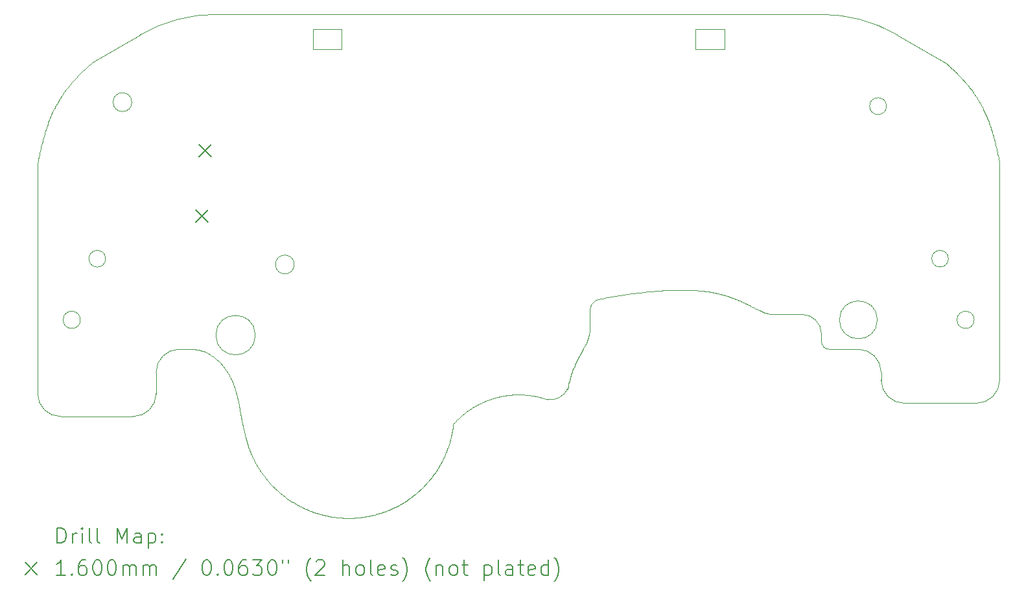
<source format=gbr>
%TF.GenerationSoftware,KiCad,Pcbnew,8.0.2*%
%TF.CreationDate,2024-10-28T19:38:49-07:00*%
%TF.ProjectId,UGC_OpenMain,5547435f-4f70-4656-9e4d-61696e2e6b69,rev?*%
%TF.SameCoordinates,Original*%
%TF.FileFunction,Drillmap*%
%TF.FilePolarity,Positive*%
%FSLAX45Y45*%
G04 Gerber Fmt 4.5, Leading zero omitted, Abs format (unit mm)*
G04 Created by KiCad (PCBNEW 8.0.2) date 2024-10-28 19:38:49*
%MOMM*%
%LPD*%
G01*
G04 APERTURE LIST*
%ADD10C,0.100000*%
%ADD11C,0.200000*%
%ADD12C,0.160000*%
G04 APERTURE END LIST*
D10*
X22845042Y-13194165D02*
X22836143Y-13200574D01*
X22827754Y-13207601D01*
X22819906Y-13215214D01*
X22812631Y-13223383D01*
X22805959Y-13232075D01*
X22803874Y-13235083D01*
X28132187Y-14231648D02*
G75*
G02*
X27832187Y-14531647I-299997J-2D01*
G01*
X26884115Y-14531648D02*
G75*
G02*
X26584112Y-14231648I-5J299998D01*
G01*
X22486871Y-14347809D02*
G75*
G02*
X22225140Y-14484922I-225071J111269D01*
G01*
X25794167Y-9449719D02*
X22906652Y-9449719D01*
X27769833Y-10447238D02*
X27777993Y-10458349D01*
X27785956Y-10469376D01*
X27793727Y-10480317D01*
X27801308Y-10491172D01*
X27808704Y-10501941D01*
X27815917Y-10512623D01*
X27822952Y-10523218D01*
X27829810Y-10533726D01*
X27836496Y-10544146D01*
X27843014Y-10554478D01*
X27849365Y-10564721D01*
X27855555Y-10574875D01*
X27861586Y-10584940D01*
X27867461Y-10594916D01*
X27873184Y-10604801D01*
X27878759Y-10614595D01*
X27884188Y-10624299D01*
X27889475Y-10633911D01*
X27894624Y-10643432D01*
X27899637Y-10652861D01*
X27904519Y-10662197D01*
X27909272Y-10671440D01*
X27913900Y-10680590D01*
X27918406Y-10689647D01*
X27927068Y-10707478D01*
X27935283Y-10724930D01*
X27943078Y-10741999D01*
X27950482Y-10758684D01*
X22803874Y-13235083D02*
X22797990Y-13244540D01*
X22792831Y-13254393D01*
X22788416Y-13264601D01*
X22784765Y-13275123D01*
X18117974Y-14270062D02*
X18111444Y-14255918D01*
X18105412Y-14242943D01*
X18099842Y-14231059D01*
X18094701Y-14220190D01*
X18089953Y-14210258D01*
X18085563Y-14201187D01*
X18079575Y-14189026D01*
X18074196Y-14178369D01*
X18069310Y-14168955D01*
X18063357Y-14157889D01*
X18057791Y-14147957D01*
X18053702Y-14140882D01*
X17757521Y-13862785D02*
X17745468Y-13858450D01*
X17734335Y-13854522D01*
X17723992Y-13850975D01*
X17714310Y-13847781D01*
X17700744Y-13843593D01*
X17687939Y-13840047D01*
X17675461Y-13837051D01*
X17662873Y-13834512D01*
X17649740Y-13832338D01*
X17635626Y-13830439D01*
X17625457Y-13829279D01*
X17614530Y-13828172D01*
X17602715Y-13827092D01*
X18269939Y-14927362D02*
X18272053Y-14937535D01*
X18274275Y-14947829D01*
X18276609Y-14958244D01*
X18279059Y-14968782D01*
X15864545Y-14706648D02*
X16812616Y-14706648D01*
X22690430Y-13821595D02*
X22695724Y-13812956D01*
X22701072Y-13804352D01*
X22701790Y-13803207D01*
X21874684Y-14420600D02*
X21864110Y-14420403D01*
X21853540Y-14420305D01*
X21848662Y-14420294D01*
X27411957Y-10073169D02*
X26791686Y-9716238D01*
X22906652Y-9449719D02*
X17902564Y-9449719D01*
X18359247Y-15207265D02*
X18363829Y-15217528D01*
X18368493Y-15227752D01*
X18373240Y-15237937D01*
X18378069Y-15248082D01*
X18382980Y-15258188D01*
X18387973Y-15268253D01*
X18393047Y-15278278D01*
X18398203Y-15288262D01*
X18403440Y-15298204D01*
X18408758Y-15308104D01*
X18412348Y-15314681D01*
X19158366Y-9903440D02*
X19158366Y-9643440D01*
X25164110Y-13370061D02*
X25546418Y-13370061D01*
X21435098Y-14496662D02*
X21422898Y-14501471D01*
X21410760Y-14506420D01*
X21398686Y-14511507D01*
X21386677Y-14516731D01*
X21374733Y-14522091D01*
X21362857Y-14527588D01*
X21351049Y-14533220D01*
X21339310Y-14538987D01*
X21327642Y-14544887D01*
X21316045Y-14550921D01*
X21304521Y-14557088D01*
X21293071Y-14563386D01*
X21281696Y-14569815D01*
X21270397Y-14576375D01*
X21259175Y-14583065D01*
X21248031Y-14589884D01*
X21236967Y-14596831D01*
X21225983Y-14603906D01*
X21215081Y-14611108D01*
X21204262Y-14618436D01*
X21193526Y-14625890D01*
X21182876Y-14633469D01*
X21172312Y-14641172D01*
X21161835Y-14648998D01*
X21151447Y-14656948D01*
X21141148Y-14665020D01*
X21130940Y-14673213D01*
X21120823Y-14681527D01*
X21110800Y-14689961D01*
X21100870Y-14698515D01*
X21091036Y-14707188D01*
X21081298Y-14715978D01*
X18219411Y-14694504D02*
X18216639Y-14678878D01*
X18214092Y-14664527D01*
X18211756Y-14651365D01*
X18209614Y-14639309D01*
X18207653Y-14628274D01*
X18205856Y-14618173D01*
X18203436Y-14604591D01*
X18201301Y-14592636D01*
X18199399Y-14582021D01*
X18197136Y-14569460D01*
X18195074Y-14558095D01*
X18193586Y-14549947D01*
X25794167Y-9449719D02*
G75*
G02*
X26791687Y-9716237I3J-2000001D01*
G01*
X21848662Y-14420294D02*
X21835412Y-14420312D01*
X21822169Y-14420485D01*
X21808936Y-14420813D01*
X21795713Y-14421296D01*
X21782503Y-14421933D01*
X21769305Y-14422725D01*
X21756121Y-14423670D01*
X21742954Y-14424769D01*
X21729803Y-14426022D01*
X21716671Y-14427427D01*
X21703559Y-14428986D01*
X21690468Y-14430697D01*
X21677399Y-14432561D01*
X21664353Y-14434578D01*
X21651333Y-14436746D01*
X21638339Y-14439067D01*
X21625373Y-14441539D01*
X21612436Y-14444162D01*
X21599529Y-14446937D01*
X21586654Y-14449862D01*
X21573811Y-14452939D01*
X21561003Y-14456166D01*
X21548231Y-14459543D01*
X21535495Y-14463070D01*
X21522798Y-14466747D01*
X21510140Y-14470573D01*
X21497523Y-14474549D01*
X21484949Y-14478674D01*
X21472417Y-14482948D01*
X21459931Y-14487371D01*
X21447491Y-14491942D01*
X21435098Y-14496662D01*
X23739972Y-13059629D02*
X23763020Y-13058337D01*
X23786100Y-13057155D01*
X23809207Y-13056088D01*
X23832332Y-13055142D01*
X23855469Y-13054322D01*
X23878611Y-13053633D01*
X23901750Y-13053082D01*
X23924879Y-13052672D01*
X23947992Y-13052411D01*
X23971081Y-13052302D01*
X23994138Y-13052352D01*
X24017158Y-13052566D01*
X24040132Y-13052950D01*
X24063054Y-13053508D01*
X24085916Y-13054247D01*
X24108712Y-13055171D01*
X24131433Y-13056286D01*
X24154074Y-13057598D01*
X24176627Y-13059112D01*
X24199085Y-13060833D01*
X24221440Y-13062766D01*
X24243686Y-13064918D01*
X24265816Y-13067294D01*
X24287821Y-13069898D01*
X24309696Y-13072737D01*
X24331434Y-13075816D01*
X24353026Y-13079140D01*
X24374465Y-13082714D01*
X24395746Y-13086545D01*
X24416860Y-13090637D01*
X24437801Y-13094997D01*
X24458561Y-13099628D01*
X19509600Y-16028754D02*
X19526216Y-16030050D01*
X19542837Y-16031144D01*
X19559462Y-16032037D01*
X19576088Y-16032728D01*
X19592714Y-16033218D01*
X19609337Y-16033508D01*
X19625957Y-16033596D01*
X19642571Y-16033485D01*
X19659177Y-16033173D01*
X19675774Y-16032660D01*
X19692360Y-16031948D01*
X19708933Y-16031037D01*
X19725491Y-16029926D01*
X19742032Y-16028615D01*
X19758556Y-16027106D01*
X19775059Y-16025397D01*
X19791541Y-16023490D01*
X19807998Y-16021384D01*
X19824430Y-16019080D01*
X19840835Y-16016578D01*
X19857211Y-16013878D01*
X19873556Y-16010981D01*
X19889868Y-16007886D01*
X19906146Y-16004593D01*
X19922388Y-16001104D01*
X19938591Y-15997417D01*
X19954755Y-15993534D01*
X19970877Y-15989455D01*
X19986955Y-15985179D01*
X20002989Y-15980707D01*
X20018975Y-15976039D01*
X20034912Y-15971175D01*
X21081298Y-14715978D02*
X21073796Y-14722892D01*
X21066360Y-14729870D01*
X21058990Y-14736912D01*
X21051686Y-14744018D01*
X21044450Y-14751187D01*
X21037281Y-14758418D01*
X21030180Y-14765711D01*
X21023146Y-14773066D01*
X22778204Y-13537548D02*
X22778031Y-13550691D01*
X22777513Y-13563815D01*
X22776651Y-13576913D01*
X22775447Y-13589979D01*
X22773900Y-13603006D01*
X22772012Y-13615987D01*
X22769784Y-13628916D01*
X22767217Y-13641785D01*
X22764312Y-13654589D01*
X22761069Y-13667320D01*
X22758721Y-13675763D01*
X17112616Y-14406648D02*
X17112616Y-14127092D01*
X22898663Y-13171939D02*
X22923786Y-13166937D01*
X22949000Y-13162009D01*
X22974303Y-13157157D01*
X22999694Y-13152382D01*
X23025170Y-13147688D01*
X23050731Y-13143076D01*
X23076375Y-13138549D01*
X23102100Y-13134109D01*
X23127905Y-13129758D01*
X23153788Y-13125499D01*
X23179748Y-13121334D01*
X23205784Y-13117265D01*
X23231893Y-13113295D01*
X23258074Y-13109426D01*
X23284327Y-13105659D01*
X23310648Y-13101999D01*
X23337038Y-13098445D01*
X23363493Y-13095002D01*
X23390013Y-13091671D01*
X23416597Y-13088455D01*
X23443242Y-13085355D01*
X23469947Y-13082375D01*
X23496711Y-13079516D01*
X23523532Y-13076781D01*
X23550408Y-13074172D01*
X23577339Y-13071691D01*
X23604322Y-13069341D01*
X23631356Y-13067123D01*
X23658440Y-13065041D01*
X23685571Y-13063096D01*
X23712749Y-13061291D01*
X23739972Y-13059629D01*
X16905045Y-9716238D02*
G75*
G02*
X17902564Y-9449720I997515J-1733472D01*
G01*
X25903918Y-13827092D02*
G75*
G02*
X25803918Y-13727092I2J100002D01*
G01*
X18407813Y-13642561D02*
G75*
G02*
X17892813Y-13642561I-257500J0D01*
G01*
X17892813Y-13642561D02*
G75*
G02*
X18407813Y-13642561I257500J0D01*
G01*
X17412616Y-13827092D02*
X17602715Y-13827092D01*
X18053702Y-14140882D02*
X18044899Y-14128103D01*
X18036782Y-14116391D01*
X18029303Y-14105676D01*
X18022415Y-14095889D01*
X18016071Y-14086960D01*
X18010224Y-14078819D01*
X18002282Y-14067932D01*
X17995194Y-14058427D01*
X17988799Y-14050068D01*
X17981078Y-14040300D01*
X17973930Y-14031593D01*
X17968719Y-14025425D01*
X22225140Y-14484921D02*
X22214573Y-14481244D01*
X22203973Y-14477673D01*
X22193341Y-14474208D01*
X22182678Y-14470849D01*
X22171985Y-14467597D01*
X22161262Y-14464451D01*
X22150510Y-14461412D01*
X22139730Y-14458479D01*
X22128923Y-14455654D01*
X22118089Y-14452935D01*
X22107230Y-14450324D01*
X22096346Y-14447821D01*
X22085438Y-14445425D01*
X22074507Y-14443138D01*
X22063553Y-14440958D01*
X22052578Y-14438886D01*
X22041582Y-14436923D01*
X22030566Y-14435069D01*
X22019530Y-14433323D01*
X22008477Y-14431686D01*
X21997405Y-14430158D01*
X21986317Y-14428739D01*
X21975213Y-14427430D01*
X21964093Y-14426230D01*
X21952959Y-14425141D01*
X21941812Y-14424161D01*
X21930651Y-14423291D01*
X21919479Y-14422531D01*
X21908295Y-14421882D01*
X21897101Y-14421344D01*
X21885897Y-14420916D01*
X21874684Y-14420600D01*
X22486871Y-14347809D02*
X22490396Y-14330438D01*
X22494109Y-14313106D01*
X22498009Y-14295815D01*
X22502095Y-14278567D01*
X22506368Y-14261365D01*
X22510826Y-14244209D01*
X22515470Y-14227104D01*
X22520298Y-14210050D01*
X22525310Y-14193049D01*
X22530506Y-14176104D01*
X22535886Y-14159217D01*
X22541449Y-14142389D01*
X22547194Y-14125624D01*
X22553121Y-14108922D01*
X22559230Y-14092287D01*
X22565520Y-14075719D01*
X22571990Y-14059222D01*
X22578641Y-14042797D01*
X22585472Y-14026446D01*
X22592482Y-14010172D01*
X22599671Y-13993976D01*
X22607039Y-13977861D01*
X22614584Y-13961828D01*
X22622307Y-13945880D01*
X22630207Y-13930019D01*
X22638284Y-13914247D01*
X22646537Y-13898565D01*
X22654966Y-13882977D01*
X22663570Y-13867483D01*
X22672349Y-13852087D01*
X22681303Y-13836790D01*
X22690430Y-13821595D01*
X17112616Y-14127092D02*
G75*
G02*
X17412616Y-13827096I299994J2D01*
G01*
X15564545Y-11397080D02*
X15564545Y-14406648D01*
X24897780Y-13271849D02*
X24908160Y-13277132D01*
X24918405Y-13282320D01*
X24928516Y-13287407D01*
X24938493Y-13292390D01*
X24948335Y-13297263D01*
X24958044Y-13302022D01*
X24967619Y-13306661D01*
X24977061Y-13311177D01*
X24986369Y-13315564D01*
X24995545Y-13319817D01*
X25013497Y-13327905D01*
X25030919Y-13335403D01*
X25047813Y-13342273D01*
X25064179Y-13348476D01*
X25080020Y-13353975D01*
X25095336Y-13358732D01*
X25110130Y-13362710D01*
X25124403Y-13365869D01*
X25138156Y-13368173D01*
X25151391Y-13369583D01*
X25164110Y-13370061D01*
X15564545Y-11397080D02*
X15570092Y-11369428D01*
X15575662Y-11342160D01*
X15581263Y-11315269D01*
X15586902Y-11288748D01*
X15592586Y-11262589D01*
X15598323Y-11236786D01*
X15604120Y-11211331D01*
X15609984Y-11186216D01*
X15615922Y-11161435D01*
X15621942Y-11136980D01*
X15628051Y-11112845D01*
X15634256Y-11089021D01*
X15640565Y-11065502D01*
X15646985Y-11042280D01*
X15653523Y-11019349D01*
X15660186Y-10996700D01*
X15666982Y-10974327D01*
X15673918Y-10952222D01*
X15681002Y-10930379D01*
X15688240Y-10908790D01*
X15695640Y-10887447D01*
X15703209Y-10866344D01*
X15710955Y-10845473D01*
X15718884Y-10824827D01*
X15727004Y-10804399D01*
X15735323Y-10784181D01*
X15743848Y-10764167D01*
X15752585Y-10744348D01*
X15761542Y-10724719D01*
X15770727Y-10705271D01*
X15780147Y-10685998D01*
X15789809Y-10666892D01*
X20990026Y-14842116D02*
X20991388Y-14832153D01*
X20992751Y-14822189D01*
X20994113Y-14812225D01*
X20995476Y-14802262D01*
X22898663Y-13171939D02*
X22887997Y-13174490D01*
X22877568Y-13177806D01*
X22867417Y-13181870D01*
X22857586Y-13186664D01*
X22848113Y-13192173D01*
X22845042Y-13194165D01*
X16451966Y-12643440D02*
G75*
G02*
X16234765Y-12643440I-108600J0D01*
G01*
X16234765Y-12643440D02*
G75*
G02*
X16451966Y-12643440I108600J0D01*
G01*
X17867504Y-13930354D02*
X17855728Y-13922476D01*
X17844902Y-13915288D01*
X17834963Y-13908746D01*
X17825847Y-13902808D01*
X17813577Y-13894937D01*
X17802803Y-13888180D01*
X17793308Y-13882388D01*
X17782268Y-13875915D01*
X17772614Y-13870551D01*
X17761718Y-13864875D01*
X17757521Y-13862785D01*
X22758721Y-13675763D02*
X22754921Y-13688346D01*
X22750796Y-13700816D01*
X22746347Y-13713165D01*
X22741578Y-13725389D01*
X22736490Y-13737481D01*
X22731087Y-13749435D01*
X22725372Y-13761244D01*
X22719348Y-13772902D01*
X22713016Y-13784403D01*
X22706381Y-13795742D01*
X22701790Y-13803207D01*
X20510027Y-15711577D02*
X20522986Y-15700573D01*
X20535801Y-15689416D01*
X20548471Y-15678108D01*
X20560994Y-15666651D01*
X20573370Y-15655045D01*
X20585597Y-15643293D01*
X20597674Y-15631395D01*
X20609600Y-15619354D01*
X20621373Y-15607171D01*
X20632993Y-15594848D01*
X20644458Y-15582385D01*
X20655767Y-15569785D01*
X20666918Y-15557048D01*
X20677911Y-15544178D01*
X20688745Y-15531174D01*
X20699417Y-15518039D01*
X20709928Y-15504773D01*
X20720275Y-15491379D01*
X20730458Y-15477859D01*
X20740475Y-15464212D01*
X20750325Y-15450442D01*
X20760007Y-15436549D01*
X20769520Y-15422535D01*
X20778862Y-15408402D01*
X20788032Y-15394151D01*
X20797030Y-15379784D01*
X20805853Y-15365301D01*
X20814502Y-15350705D01*
X20822973Y-15335997D01*
X20831267Y-15321179D01*
X20839382Y-15306252D01*
X20847317Y-15291217D01*
X27411957Y-10073169D02*
X27424224Y-10083546D01*
X27436451Y-10094017D01*
X27448636Y-10104578D01*
X27460775Y-10115231D01*
X27472866Y-10125973D01*
X27484905Y-10136804D01*
X27496889Y-10147724D01*
X27508815Y-10158732D01*
X27520681Y-10169827D01*
X27532482Y-10181008D01*
X27544217Y-10192274D01*
X27555882Y-10203625D01*
X27567474Y-10215059D01*
X27578990Y-10226577D01*
X27590427Y-10238177D01*
X27601782Y-10249859D01*
X27613052Y-10261621D01*
X27624233Y-10273464D01*
X27635324Y-10285386D01*
X27646321Y-10297386D01*
X27657220Y-10309464D01*
X27668019Y-10321619D01*
X27678715Y-10333851D01*
X27689305Y-10346158D01*
X27699785Y-10358539D01*
X27710153Y-10370995D01*
X27720406Y-10383523D01*
X27730540Y-10396124D01*
X27740553Y-10408797D01*
X27750442Y-10421541D01*
X27760203Y-10434355D01*
X27769833Y-10447238D01*
X19020879Y-15894144D02*
X19035277Y-15901058D01*
X19049747Y-15907802D01*
X19064286Y-15914375D01*
X19078895Y-15920777D01*
X19093570Y-15927008D01*
X19108311Y-15933066D01*
X19123115Y-15938952D01*
X19137982Y-15944665D01*
X19152910Y-15950205D01*
X19167898Y-15955571D01*
X19182943Y-15960762D01*
X19198045Y-15965779D01*
X19213202Y-15970621D01*
X19228412Y-15975287D01*
X19243674Y-15979777D01*
X19258986Y-15984091D01*
X19274347Y-15988228D01*
X19289755Y-15992187D01*
X19305210Y-15995969D01*
X19320708Y-15999572D01*
X19336250Y-16002997D01*
X19351833Y-16006243D01*
X19367455Y-16009309D01*
X19383116Y-16012196D01*
X19398814Y-16014902D01*
X19414547Y-16017427D01*
X19430313Y-16019770D01*
X19446112Y-16021932D01*
X19461942Y-16023912D01*
X19477800Y-16025710D01*
X19493687Y-16027324D01*
X19509600Y-16028754D01*
X16795206Y-10597780D02*
G75*
G02*
X16550206Y-10597780I-122500J0D01*
G01*
X16550206Y-10597780D02*
G75*
G02*
X16795206Y-10597780I122500J0D01*
G01*
X18248300Y-14839945D02*
X18245057Y-14824242D01*
X18242089Y-14809818D01*
X18239379Y-14796589D01*
X18236908Y-14784469D01*
X18234659Y-14773373D01*
X18232613Y-14763215D01*
X18229888Y-14749552D01*
X18227519Y-14737521D01*
X18225448Y-14726835D01*
X18223042Y-14714180D01*
X18220913Y-14702722D01*
X18219411Y-14694504D01*
X24458561Y-13099628D02*
X24474564Y-13103430D01*
X24490430Y-13107411D01*
X24506157Y-13111565D01*
X24521744Y-13115882D01*
X24537191Y-13120357D01*
X24552496Y-13124979D01*
X24567659Y-13129743D01*
X24582678Y-13134640D01*
X24597553Y-13139662D01*
X24612283Y-13144802D01*
X24626867Y-13150051D01*
X24641304Y-13155403D01*
X24655593Y-13160848D01*
X24669733Y-13166380D01*
X24683724Y-13171991D01*
X24697564Y-13177672D01*
X24711252Y-13183417D01*
X24724788Y-13189216D01*
X24738171Y-13195063D01*
X24751399Y-13200950D01*
X24764472Y-13206869D01*
X24777390Y-13212811D01*
X24790150Y-13218770D01*
X24802752Y-13224738D01*
X24815196Y-13230706D01*
X24827480Y-13236667D01*
X24839604Y-13242613D01*
X24851565Y-13248537D01*
X24863365Y-13254430D01*
X24875001Y-13260285D01*
X24886473Y-13266094D01*
X24897780Y-13271849D01*
X18279059Y-14968782D02*
X18282765Y-14984053D01*
X18286648Y-14999282D01*
X18290707Y-15014467D01*
X18294941Y-15029607D01*
X18299349Y-15044700D01*
X18303932Y-15059746D01*
X18308689Y-15074742D01*
X18313620Y-15089687D01*
X18318723Y-15104581D01*
X18323998Y-15119421D01*
X18329446Y-15134207D01*
X18335065Y-15148936D01*
X18340855Y-15163608D01*
X18346816Y-15178221D01*
X18352947Y-15192774D01*
X18359247Y-15207265D01*
X24158366Y-9903440D02*
X24158366Y-9643440D01*
X20859124Y-15267973D02*
X20865185Y-15255600D01*
X20871120Y-15243172D01*
X20876929Y-15230690D01*
X20882611Y-15218155D01*
X20888166Y-15205567D01*
X20893593Y-15192928D01*
X20898893Y-15180238D01*
X20904065Y-15167500D01*
X20909108Y-15154712D01*
X20914023Y-15141878D01*
X20918809Y-15128996D01*
X20923466Y-15116070D01*
X20927993Y-15103099D01*
X20932390Y-15090084D01*
X20936658Y-15077027D01*
X20940794Y-15063928D01*
X20944800Y-15050788D01*
X20948676Y-15037610D01*
X20952419Y-15024392D01*
X20956031Y-15011137D01*
X20959511Y-14997845D01*
X20962859Y-14984517D01*
X20966075Y-14971155D01*
X20969157Y-14957759D01*
X20972106Y-14944330D01*
X20974922Y-14930870D01*
X20977604Y-14917378D01*
X20980152Y-14903857D01*
X20982565Y-14890307D01*
X20984844Y-14876730D01*
X20986988Y-14863125D01*
X20988997Y-14849494D01*
X25803918Y-13627561D02*
X25803918Y-13727092D01*
X27799073Y-13442726D02*
G75*
G02*
X27574073Y-13442726I-112500J0D01*
G01*
X27574073Y-13442726D02*
G75*
G02*
X27799073Y-13442726I112500J0D01*
G01*
X26584115Y-14127092D02*
X26584115Y-14231648D01*
X25903918Y-13827092D02*
X26284115Y-13827092D01*
X26884115Y-14531648D02*
X27832187Y-14531648D01*
X18412348Y-15314681D02*
X18417908Y-15324684D01*
X18423551Y-15334643D01*
X18429277Y-15344556D01*
X18435085Y-15354424D01*
X18440975Y-15364246D01*
X18446947Y-15374021D01*
X18453000Y-15383749D01*
X18459135Y-15393429D01*
X18465352Y-15403062D01*
X18471649Y-15412646D01*
X18478028Y-15422180D01*
X18484486Y-15431666D01*
X18491026Y-15441101D01*
X18497645Y-15450485D01*
X18504345Y-15459818D01*
X18511124Y-15469100D01*
X18517983Y-15478330D01*
X18524921Y-15487507D01*
X18531938Y-15496630D01*
X18539034Y-15505701D01*
X18546209Y-15514717D01*
X18553462Y-15523678D01*
X18560794Y-15532585D01*
X18568203Y-15541435D01*
X18575691Y-15550230D01*
X18583256Y-15558968D01*
X18590898Y-15567649D01*
X18598618Y-15576272D01*
X18606415Y-15584837D01*
X18614288Y-15593344D01*
X18622238Y-15601791D01*
X18630264Y-15610179D01*
X16122659Y-13442726D02*
G75*
G02*
X15897659Y-13442726I-112500J0D01*
G01*
X15897659Y-13442726D02*
G75*
G02*
X16122659Y-13442726I112500J0D01*
G01*
X18162574Y-14407659D02*
X18158089Y-14392692D01*
X18153943Y-14378953D01*
X18150111Y-14366362D01*
X18146569Y-14354836D01*
X18143294Y-14344296D01*
X18140261Y-14334658D01*
X18136114Y-14321717D01*
X18132377Y-14310351D01*
X18128969Y-14300285D01*
X18124796Y-14288411D01*
X18120871Y-14277710D01*
X18117974Y-14270062D01*
X18916526Y-12719100D02*
G75*
G02*
X18671526Y-12719100I-122500J0D01*
G01*
X18671526Y-12719100D02*
G75*
G02*
X18916526Y-12719100I122500J0D01*
G01*
X21023146Y-14773066D02*
X21016229Y-14780365D01*
X21009311Y-14787664D01*
X21002393Y-14794963D01*
X20995476Y-14802262D01*
X27950482Y-10758684D02*
X27957443Y-10774807D01*
X27964276Y-10791069D01*
X27970984Y-10807479D01*
X27977574Y-10824048D01*
X27984048Y-10840788D01*
X27990412Y-10857709D01*
X27996670Y-10874823D01*
X28002828Y-10892139D01*
X28008888Y-10909670D01*
X28014857Y-10927425D01*
X28020739Y-10945416D01*
X28026537Y-10963655D01*
X28032258Y-10982151D01*
X28037904Y-11000915D01*
X28043482Y-11019960D01*
X28048995Y-11039294D01*
X28054449Y-11058931D01*
X28059847Y-11078879D01*
X28065195Y-11099151D01*
X28070496Y-11119757D01*
X28075756Y-11140709D01*
X28080979Y-11162016D01*
X28086170Y-11183691D01*
X28091332Y-11205743D01*
X28096472Y-11228185D01*
X28101593Y-11251026D01*
X28106700Y-11274277D01*
X28111798Y-11297951D01*
X28116891Y-11322057D01*
X28121984Y-11346607D01*
X28127081Y-11371611D01*
X28132187Y-11397080D01*
X24538366Y-9643440D02*
X24538366Y-9903440D01*
X28132187Y-14231648D02*
X28132187Y-11397080D01*
X25546418Y-13370061D02*
G75*
G02*
X25803918Y-13627561I2J-257499D01*
G01*
X15789809Y-10666892D02*
X15795602Y-10655742D01*
X15801848Y-10643968D01*
X15808564Y-10631585D01*
X15815768Y-10618608D01*
X15823477Y-10605051D01*
X15831707Y-10590928D01*
X15840476Y-10576255D01*
X15849800Y-10561046D01*
X15859698Y-10545315D01*
X15870185Y-10529077D01*
X15881280Y-10512347D01*
X15892999Y-10495139D01*
X15905359Y-10477469D01*
X15918377Y-10459350D01*
X15932071Y-10440797D01*
X15946457Y-10421824D01*
X15961553Y-10402447D01*
X15977376Y-10382680D01*
X15993943Y-10362538D01*
X16011270Y-10342035D01*
X16029376Y-10321185D01*
X16048276Y-10300004D01*
X16067989Y-10278506D01*
X16088532Y-10256706D01*
X16109920Y-10234618D01*
X16132172Y-10212256D01*
X16155305Y-10189636D01*
X16179335Y-10166772D01*
X16204280Y-10143679D01*
X16230157Y-10120371D01*
X16256983Y-10096862D01*
X16284775Y-10073169D01*
X16905045Y-9716238D02*
X16284775Y-10073169D01*
X19538366Y-9643440D02*
X19538366Y-9903440D01*
X17112616Y-14406648D02*
G75*
G02*
X16812616Y-14706646I-299996J-2D01*
G01*
X19538366Y-9903440D02*
X19158366Y-9903440D01*
X18269939Y-14927362D02*
X18267068Y-14916432D01*
X18264245Y-14905503D01*
X18261469Y-14894575D01*
X18258740Y-14883647D01*
X18256059Y-14872721D01*
X18253426Y-14861795D01*
X18250839Y-14850870D01*
X18248300Y-14839945D01*
X22778204Y-13537548D02*
X22778204Y-13319001D01*
X24158366Y-9643440D02*
X24538366Y-9643440D01*
X24538366Y-9903440D02*
X24158366Y-9903440D01*
X15864545Y-14706648D02*
G75*
G02*
X15564542Y-14406648I5J300008D01*
G01*
X20988997Y-14849494D02*
X20990026Y-14842116D01*
X26534073Y-13442726D02*
G75*
G02*
X26039073Y-13442726I-247500J0D01*
G01*
X26039073Y-13442726D02*
G75*
G02*
X26534073Y-13442726I247500J0D01*
G01*
X26653366Y-10649440D02*
G75*
G02*
X26433366Y-10649440I-110000J0D01*
G01*
X26433366Y-10649440D02*
G75*
G02*
X26653366Y-10649440I110000J0D01*
G01*
X18193586Y-14549947D02*
X18190421Y-14534531D01*
X18187499Y-14520375D01*
X18184804Y-14507397D01*
X18182318Y-14495511D01*
X18180024Y-14484634D01*
X18177906Y-14474684D01*
X18175019Y-14461310D01*
X18172429Y-14449547D01*
X18170078Y-14439114D01*
X18167217Y-14426781D01*
X18164541Y-14415638D01*
X18162574Y-14407659D01*
X18630264Y-15610179D02*
X18640879Y-15621060D01*
X18651607Y-15631820D01*
X18662448Y-15642458D01*
X18673400Y-15652974D01*
X18684462Y-15663366D01*
X18695633Y-15673633D01*
X18706913Y-15683775D01*
X18718299Y-15693791D01*
X18729792Y-15703680D01*
X18741389Y-15713441D01*
X18753091Y-15723074D01*
X18764895Y-15732577D01*
X18776800Y-15741949D01*
X18788807Y-15751191D01*
X18800912Y-15760300D01*
X18813116Y-15769277D01*
X18825418Y-15778120D01*
X18837815Y-15786828D01*
X18850308Y-15795401D01*
X18862895Y-15803838D01*
X18875574Y-15812137D01*
X18888346Y-15820299D01*
X18901209Y-15828322D01*
X18914161Y-15836205D01*
X18927202Y-15843948D01*
X18940330Y-15851549D01*
X18953545Y-15859009D01*
X18966845Y-15866325D01*
X18980230Y-15873498D01*
X18993698Y-15880526D01*
X19007248Y-15887408D01*
X19020879Y-15894144D01*
X20034912Y-15971175D02*
X20051188Y-15965989D01*
X20067388Y-15960606D01*
X20083512Y-15955024D01*
X20099557Y-15949247D01*
X20115522Y-15943274D01*
X20131405Y-15937106D01*
X20147204Y-15930745D01*
X20162919Y-15924192D01*
X20178546Y-15917446D01*
X20194085Y-15910510D01*
X20209533Y-15903385D01*
X20224889Y-15896070D01*
X20240151Y-15888567D01*
X20255318Y-15880878D01*
X20270387Y-15873002D01*
X20285358Y-15864942D01*
X20300227Y-15856697D01*
X20314995Y-15848269D01*
X20329658Y-15839659D01*
X20344215Y-15830868D01*
X20358665Y-15821897D01*
X20373006Y-15812746D01*
X20387235Y-15803416D01*
X20401352Y-15793909D01*
X20415355Y-15784226D01*
X20429242Y-15774367D01*
X20443010Y-15764333D01*
X20456660Y-15754125D01*
X20470187Y-15743745D01*
X20483593Y-15733193D01*
X20496873Y-15722470D01*
X20510027Y-15711577D01*
X17968719Y-14025425D02*
X17958040Y-14014711D01*
X17948209Y-14004907D01*
X17939170Y-13995955D01*
X17930864Y-13987795D01*
X17923234Y-13980369D01*
X17912931Y-13970479D01*
X17903826Y-13961910D01*
X17895726Y-13954464D01*
X17886153Y-13945942D01*
X17877562Y-13938597D01*
X17869493Y-13931958D01*
X17867504Y-13930354D01*
X19158366Y-9643440D02*
X19538366Y-9643440D01*
X20847317Y-15291217D02*
X20852167Y-15281799D01*
X20856944Y-15272347D01*
X20859124Y-15267973D01*
X26284115Y-13827092D02*
G75*
G02*
X26584118Y-14127092I5J-299998D01*
G01*
X27461966Y-12643440D02*
G75*
G02*
X27244765Y-12643440I-108600J0D01*
G01*
X27244765Y-12643440D02*
G75*
G02*
X27461966Y-12643440I108600J0D01*
G01*
X22784765Y-13275123D02*
X22781904Y-13285887D01*
X22779853Y-13296818D01*
X22778617Y-13307872D01*
X22778204Y-13319001D01*
D11*
D12*
X17630862Y-12007851D02*
X17790862Y-12167851D01*
X17790862Y-12007851D02*
X17630862Y-12167851D01*
X17675871Y-11149029D02*
X17835871Y-11309029D01*
X17835871Y-11149029D02*
X17675871Y-11309029D01*
D11*
X15820321Y-16360136D02*
X15820321Y-16160136D01*
X15820321Y-16160136D02*
X15867940Y-16160136D01*
X15867940Y-16160136D02*
X15896512Y-16169660D01*
X15896512Y-16169660D02*
X15915560Y-16188707D01*
X15915560Y-16188707D02*
X15925083Y-16207755D01*
X15925083Y-16207755D02*
X15934607Y-16245850D01*
X15934607Y-16245850D02*
X15934607Y-16274421D01*
X15934607Y-16274421D02*
X15925083Y-16312517D01*
X15925083Y-16312517D02*
X15915560Y-16331564D01*
X15915560Y-16331564D02*
X15896512Y-16350612D01*
X15896512Y-16350612D02*
X15867940Y-16360136D01*
X15867940Y-16360136D02*
X15820321Y-16360136D01*
X16020321Y-16360136D02*
X16020321Y-16226802D01*
X16020321Y-16264898D02*
X16029845Y-16245850D01*
X16029845Y-16245850D02*
X16039369Y-16236326D01*
X16039369Y-16236326D02*
X16058417Y-16226802D01*
X16058417Y-16226802D02*
X16077464Y-16226802D01*
X16144131Y-16360136D02*
X16144131Y-16226802D01*
X16144131Y-16160136D02*
X16134607Y-16169660D01*
X16134607Y-16169660D02*
X16144131Y-16179183D01*
X16144131Y-16179183D02*
X16153655Y-16169660D01*
X16153655Y-16169660D02*
X16144131Y-16160136D01*
X16144131Y-16160136D02*
X16144131Y-16179183D01*
X16267940Y-16360136D02*
X16248893Y-16350612D01*
X16248893Y-16350612D02*
X16239369Y-16331564D01*
X16239369Y-16331564D02*
X16239369Y-16160136D01*
X16372702Y-16360136D02*
X16353655Y-16350612D01*
X16353655Y-16350612D02*
X16344131Y-16331564D01*
X16344131Y-16331564D02*
X16344131Y-16160136D01*
X16601274Y-16360136D02*
X16601274Y-16160136D01*
X16601274Y-16160136D02*
X16667941Y-16302993D01*
X16667941Y-16302993D02*
X16734607Y-16160136D01*
X16734607Y-16160136D02*
X16734607Y-16360136D01*
X16915560Y-16360136D02*
X16915560Y-16255374D01*
X16915560Y-16255374D02*
X16906036Y-16236326D01*
X16906036Y-16236326D02*
X16886988Y-16226802D01*
X16886988Y-16226802D02*
X16848893Y-16226802D01*
X16848893Y-16226802D02*
X16829845Y-16236326D01*
X16915560Y-16350612D02*
X16896512Y-16360136D01*
X16896512Y-16360136D02*
X16848893Y-16360136D01*
X16848893Y-16360136D02*
X16829845Y-16350612D01*
X16829845Y-16350612D02*
X16820322Y-16331564D01*
X16820322Y-16331564D02*
X16820322Y-16312517D01*
X16820322Y-16312517D02*
X16829845Y-16293469D01*
X16829845Y-16293469D02*
X16848893Y-16283945D01*
X16848893Y-16283945D02*
X16896512Y-16283945D01*
X16896512Y-16283945D02*
X16915560Y-16274421D01*
X17010798Y-16226802D02*
X17010798Y-16426802D01*
X17010798Y-16236326D02*
X17029845Y-16226802D01*
X17029845Y-16226802D02*
X17067941Y-16226802D01*
X17067941Y-16226802D02*
X17086988Y-16236326D01*
X17086988Y-16236326D02*
X17096512Y-16245850D01*
X17096512Y-16245850D02*
X17106036Y-16264898D01*
X17106036Y-16264898D02*
X17106036Y-16322040D01*
X17106036Y-16322040D02*
X17096512Y-16341088D01*
X17096512Y-16341088D02*
X17086988Y-16350612D01*
X17086988Y-16350612D02*
X17067941Y-16360136D01*
X17067941Y-16360136D02*
X17029845Y-16360136D01*
X17029845Y-16360136D02*
X17010798Y-16350612D01*
X17191750Y-16341088D02*
X17201274Y-16350612D01*
X17201274Y-16350612D02*
X17191750Y-16360136D01*
X17191750Y-16360136D02*
X17182226Y-16350612D01*
X17182226Y-16350612D02*
X17191750Y-16341088D01*
X17191750Y-16341088D02*
X17191750Y-16360136D01*
X17191750Y-16236326D02*
X17201274Y-16245850D01*
X17201274Y-16245850D02*
X17191750Y-16255374D01*
X17191750Y-16255374D02*
X17182226Y-16245850D01*
X17182226Y-16245850D02*
X17191750Y-16236326D01*
X17191750Y-16236326D02*
X17191750Y-16255374D01*
D12*
X15399545Y-16608652D02*
X15559545Y-16768652D01*
X15559545Y-16608652D02*
X15399545Y-16768652D01*
D11*
X15925083Y-16780136D02*
X15810798Y-16780136D01*
X15867940Y-16780136D02*
X15867940Y-16580136D01*
X15867940Y-16580136D02*
X15848893Y-16608707D01*
X15848893Y-16608707D02*
X15829845Y-16627755D01*
X15829845Y-16627755D02*
X15810798Y-16637279D01*
X16010798Y-16761088D02*
X16020321Y-16770612D01*
X16020321Y-16770612D02*
X16010798Y-16780136D01*
X16010798Y-16780136D02*
X16001274Y-16770612D01*
X16001274Y-16770612D02*
X16010798Y-16761088D01*
X16010798Y-16761088D02*
X16010798Y-16780136D01*
X16191750Y-16580136D02*
X16153655Y-16580136D01*
X16153655Y-16580136D02*
X16134607Y-16589660D01*
X16134607Y-16589660D02*
X16125083Y-16599183D01*
X16125083Y-16599183D02*
X16106036Y-16627755D01*
X16106036Y-16627755D02*
X16096512Y-16665850D01*
X16096512Y-16665850D02*
X16096512Y-16742040D01*
X16096512Y-16742040D02*
X16106036Y-16761088D01*
X16106036Y-16761088D02*
X16115560Y-16770612D01*
X16115560Y-16770612D02*
X16134607Y-16780136D01*
X16134607Y-16780136D02*
X16172702Y-16780136D01*
X16172702Y-16780136D02*
X16191750Y-16770612D01*
X16191750Y-16770612D02*
X16201274Y-16761088D01*
X16201274Y-16761088D02*
X16210798Y-16742040D01*
X16210798Y-16742040D02*
X16210798Y-16694421D01*
X16210798Y-16694421D02*
X16201274Y-16675374D01*
X16201274Y-16675374D02*
X16191750Y-16665850D01*
X16191750Y-16665850D02*
X16172702Y-16656326D01*
X16172702Y-16656326D02*
X16134607Y-16656326D01*
X16134607Y-16656326D02*
X16115560Y-16665850D01*
X16115560Y-16665850D02*
X16106036Y-16675374D01*
X16106036Y-16675374D02*
X16096512Y-16694421D01*
X16334607Y-16580136D02*
X16353655Y-16580136D01*
X16353655Y-16580136D02*
X16372702Y-16589660D01*
X16372702Y-16589660D02*
X16382226Y-16599183D01*
X16382226Y-16599183D02*
X16391750Y-16618231D01*
X16391750Y-16618231D02*
X16401274Y-16656326D01*
X16401274Y-16656326D02*
X16401274Y-16703945D01*
X16401274Y-16703945D02*
X16391750Y-16742040D01*
X16391750Y-16742040D02*
X16382226Y-16761088D01*
X16382226Y-16761088D02*
X16372702Y-16770612D01*
X16372702Y-16770612D02*
X16353655Y-16780136D01*
X16353655Y-16780136D02*
X16334607Y-16780136D01*
X16334607Y-16780136D02*
X16315560Y-16770612D01*
X16315560Y-16770612D02*
X16306036Y-16761088D01*
X16306036Y-16761088D02*
X16296512Y-16742040D01*
X16296512Y-16742040D02*
X16286988Y-16703945D01*
X16286988Y-16703945D02*
X16286988Y-16656326D01*
X16286988Y-16656326D02*
X16296512Y-16618231D01*
X16296512Y-16618231D02*
X16306036Y-16599183D01*
X16306036Y-16599183D02*
X16315560Y-16589660D01*
X16315560Y-16589660D02*
X16334607Y-16580136D01*
X16525083Y-16580136D02*
X16544131Y-16580136D01*
X16544131Y-16580136D02*
X16563179Y-16589660D01*
X16563179Y-16589660D02*
X16572702Y-16599183D01*
X16572702Y-16599183D02*
X16582226Y-16618231D01*
X16582226Y-16618231D02*
X16591750Y-16656326D01*
X16591750Y-16656326D02*
X16591750Y-16703945D01*
X16591750Y-16703945D02*
X16582226Y-16742040D01*
X16582226Y-16742040D02*
X16572702Y-16761088D01*
X16572702Y-16761088D02*
X16563179Y-16770612D01*
X16563179Y-16770612D02*
X16544131Y-16780136D01*
X16544131Y-16780136D02*
X16525083Y-16780136D01*
X16525083Y-16780136D02*
X16506036Y-16770612D01*
X16506036Y-16770612D02*
X16496512Y-16761088D01*
X16496512Y-16761088D02*
X16486988Y-16742040D01*
X16486988Y-16742040D02*
X16477464Y-16703945D01*
X16477464Y-16703945D02*
X16477464Y-16656326D01*
X16477464Y-16656326D02*
X16486988Y-16618231D01*
X16486988Y-16618231D02*
X16496512Y-16599183D01*
X16496512Y-16599183D02*
X16506036Y-16589660D01*
X16506036Y-16589660D02*
X16525083Y-16580136D01*
X16677464Y-16780136D02*
X16677464Y-16646802D01*
X16677464Y-16665850D02*
X16686988Y-16656326D01*
X16686988Y-16656326D02*
X16706036Y-16646802D01*
X16706036Y-16646802D02*
X16734607Y-16646802D01*
X16734607Y-16646802D02*
X16753655Y-16656326D01*
X16753655Y-16656326D02*
X16763179Y-16675374D01*
X16763179Y-16675374D02*
X16763179Y-16780136D01*
X16763179Y-16675374D02*
X16772702Y-16656326D01*
X16772702Y-16656326D02*
X16791750Y-16646802D01*
X16791750Y-16646802D02*
X16820322Y-16646802D01*
X16820322Y-16646802D02*
X16839369Y-16656326D01*
X16839369Y-16656326D02*
X16848893Y-16675374D01*
X16848893Y-16675374D02*
X16848893Y-16780136D01*
X16944131Y-16780136D02*
X16944131Y-16646802D01*
X16944131Y-16665850D02*
X16953655Y-16656326D01*
X16953655Y-16656326D02*
X16972703Y-16646802D01*
X16972703Y-16646802D02*
X17001274Y-16646802D01*
X17001274Y-16646802D02*
X17020322Y-16656326D01*
X17020322Y-16656326D02*
X17029845Y-16675374D01*
X17029845Y-16675374D02*
X17029845Y-16780136D01*
X17029845Y-16675374D02*
X17039369Y-16656326D01*
X17039369Y-16656326D02*
X17058417Y-16646802D01*
X17058417Y-16646802D02*
X17086988Y-16646802D01*
X17086988Y-16646802D02*
X17106036Y-16656326D01*
X17106036Y-16656326D02*
X17115560Y-16675374D01*
X17115560Y-16675374D02*
X17115560Y-16780136D01*
X17506036Y-16570612D02*
X17334607Y-16827755D01*
X17763179Y-16580136D02*
X17782227Y-16580136D01*
X17782227Y-16580136D02*
X17801274Y-16589660D01*
X17801274Y-16589660D02*
X17810798Y-16599183D01*
X17810798Y-16599183D02*
X17820322Y-16618231D01*
X17820322Y-16618231D02*
X17829846Y-16656326D01*
X17829846Y-16656326D02*
X17829846Y-16703945D01*
X17829846Y-16703945D02*
X17820322Y-16742040D01*
X17820322Y-16742040D02*
X17810798Y-16761088D01*
X17810798Y-16761088D02*
X17801274Y-16770612D01*
X17801274Y-16770612D02*
X17782227Y-16780136D01*
X17782227Y-16780136D02*
X17763179Y-16780136D01*
X17763179Y-16780136D02*
X17744131Y-16770612D01*
X17744131Y-16770612D02*
X17734607Y-16761088D01*
X17734607Y-16761088D02*
X17725084Y-16742040D01*
X17725084Y-16742040D02*
X17715560Y-16703945D01*
X17715560Y-16703945D02*
X17715560Y-16656326D01*
X17715560Y-16656326D02*
X17725084Y-16618231D01*
X17725084Y-16618231D02*
X17734607Y-16599183D01*
X17734607Y-16599183D02*
X17744131Y-16589660D01*
X17744131Y-16589660D02*
X17763179Y-16580136D01*
X17915560Y-16761088D02*
X17925084Y-16770612D01*
X17925084Y-16770612D02*
X17915560Y-16780136D01*
X17915560Y-16780136D02*
X17906036Y-16770612D01*
X17906036Y-16770612D02*
X17915560Y-16761088D01*
X17915560Y-16761088D02*
X17915560Y-16780136D01*
X18048893Y-16580136D02*
X18067941Y-16580136D01*
X18067941Y-16580136D02*
X18086988Y-16589660D01*
X18086988Y-16589660D02*
X18096512Y-16599183D01*
X18096512Y-16599183D02*
X18106036Y-16618231D01*
X18106036Y-16618231D02*
X18115560Y-16656326D01*
X18115560Y-16656326D02*
X18115560Y-16703945D01*
X18115560Y-16703945D02*
X18106036Y-16742040D01*
X18106036Y-16742040D02*
X18096512Y-16761088D01*
X18096512Y-16761088D02*
X18086988Y-16770612D01*
X18086988Y-16770612D02*
X18067941Y-16780136D01*
X18067941Y-16780136D02*
X18048893Y-16780136D01*
X18048893Y-16780136D02*
X18029846Y-16770612D01*
X18029846Y-16770612D02*
X18020322Y-16761088D01*
X18020322Y-16761088D02*
X18010798Y-16742040D01*
X18010798Y-16742040D02*
X18001274Y-16703945D01*
X18001274Y-16703945D02*
X18001274Y-16656326D01*
X18001274Y-16656326D02*
X18010798Y-16618231D01*
X18010798Y-16618231D02*
X18020322Y-16599183D01*
X18020322Y-16599183D02*
X18029846Y-16589660D01*
X18029846Y-16589660D02*
X18048893Y-16580136D01*
X18286988Y-16580136D02*
X18248893Y-16580136D01*
X18248893Y-16580136D02*
X18229846Y-16589660D01*
X18229846Y-16589660D02*
X18220322Y-16599183D01*
X18220322Y-16599183D02*
X18201274Y-16627755D01*
X18201274Y-16627755D02*
X18191750Y-16665850D01*
X18191750Y-16665850D02*
X18191750Y-16742040D01*
X18191750Y-16742040D02*
X18201274Y-16761088D01*
X18201274Y-16761088D02*
X18210798Y-16770612D01*
X18210798Y-16770612D02*
X18229846Y-16780136D01*
X18229846Y-16780136D02*
X18267941Y-16780136D01*
X18267941Y-16780136D02*
X18286988Y-16770612D01*
X18286988Y-16770612D02*
X18296512Y-16761088D01*
X18296512Y-16761088D02*
X18306036Y-16742040D01*
X18306036Y-16742040D02*
X18306036Y-16694421D01*
X18306036Y-16694421D02*
X18296512Y-16675374D01*
X18296512Y-16675374D02*
X18286988Y-16665850D01*
X18286988Y-16665850D02*
X18267941Y-16656326D01*
X18267941Y-16656326D02*
X18229846Y-16656326D01*
X18229846Y-16656326D02*
X18210798Y-16665850D01*
X18210798Y-16665850D02*
X18201274Y-16675374D01*
X18201274Y-16675374D02*
X18191750Y-16694421D01*
X18372703Y-16580136D02*
X18496512Y-16580136D01*
X18496512Y-16580136D02*
X18429846Y-16656326D01*
X18429846Y-16656326D02*
X18458417Y-16656326D01*
X18458417Y-16656326D02*
X18477465Y-16665850D01*
X18477465Y-16665850D02*
X18486988Y-16675374D01*
X18486988Y-16675374D02*
X18496512Y-16694421D01*
X18496512Y-16694421D02*
X18496512Y-16742040D01*
X18496512Y-16742040D02*
X18486988Y-16761088D01*
X18486988Y-16761088D02*
X18477465Y-16770612D01*
X18477465Y-16770612D02*
X18458417Y-16780136D01*
X18458417Y-16780136D02*
X18401274Y-16780136D01*
X18401274Y-16780136D02*
X18382227Y-16770612D01*
X18382227Y-16770612D02*
X18372703Y-16761088D01*
X18620322Y-16580136D02*
X18639369Y-16580136D01*
X18639369Y-16580136D02*
X18658417Y-16589660D01*
X18658417Y-16589660D02*
X18667941Y-16599183D01*
X18667941Y-16599183D02*
X18677465Y-16618231D01*
X18677465Y-16618231D02*
X18686988Y-16656326D01*
X18686988Y-16656326D02*
X18686988Y-16703945D01*
X18686988Y-16703945D02*
X18677465Y-16742040D01*
X18677465Y-16742040D02*
X18667941Y-16761088D01*
X18667941Y-16761088D02*
X18658417Y-16770612D01*
X18658417Y-16770612D02*
X18639369Y-16780136D01*
X18639369Y-16780136D02*
X18620322Y-16780136D01*
X18620322Y-16780136D02*
X18601274Y-16770612D01*
X18601274Y-16770612D02*
X18591750Y-16761088D01*
X18591750Y-16761088D02*
X18582227Y-16742040D01*
X18582227Y-16742040D02*
X18572703Y-16703945D01*
X18572703Y-16703945D02*
X18572703Y-16656326D01*
X18572703Y-16656326D02*
X18582227Y-16618231D01*
X18582227Y-16618231D02*
X18591750Y-16599183D01*
X18591750Y-16599183D02*
X18601274Y-16589660D01*
X18601274Y-16589660D02*
X18620322Y-16580136D01*
X18763179Y-16580136D02*
X18763179Y-16618231D01*
X18839369Y-16580136D02*
X18839369Y-16618231D01*
X19134608Y-16856326D02*
X19125084Y-16846802D01*
X19125084Y-16846802D02*
X19106036Y-16818231D01*
X19106036Y-16818231D02*
X19096512Y-16799183D01*
X19096512Y-16799183D02*
X19086989Y-16770612D01*
X19086989Y-16770612D02*
X19077465Y-16722993D01*
X19077465Y-16722993D02*
X19077465Y-16684898D01*
X19077465Y-16684898D02*
X19086989Y-16637279D01*
X19086989Y-16637279D02*
X19096512Y-16608707D01*
X19096512Y-16608707D02*
X19106036Y-16589660D01*
X19106036Y-16589660D02*
X19125084Y-16561088D01*
X19125084Y-16561088D02*
X19134608Y-16551564D01*
X19201274Y-16599183D02*
X19210798Y-16589660D01*
X19210798Y-16589660D02*
X19229846Y-16580136D01*
X19229846Y-16580136D02*
X19277465Y-16580136D01*
X19277465Y-16580136D02*
X19296512Y-16589660D01*
X19296512Y-16589660D02*
X19306036Y-16599183D01*
X19306036Y-16599183D02*
X19315560Y-16618231D01*
X19315560Y-16618231D02*
X19315560Y-16637279D01*
X19315560Y-16637279D02*
X19306036Y-16665850D01*
X19306036Y-16665850D02*
X19191750Y-16780136D01*
X19191750Y-16780136D02*
X19315560Y-16780136D01*
X19553655Y-16780136D02*
X19553655Y-16580136D01*
X19639370Y-16780136D02*
X19639370Y-16675374D01*
X19639370Y-16675374D02*
X19629846Y-16656326D01*
X19629846Y-16656326D02*
X19610798Y-16646802D01*
X19610798Y-16646802D02*
X19582227Y-16646802D01*
X19582227Y-16646802D02*
X19563179Y-16656326D01*
X19563179Y-16656326D02*
X19553655Y-16665850D01*
X19763179Y-16780136D02*
X19744131Y-16770612D01*
X19744131Y-16770612D02*
X19734608Y-16761088D01*
X19734608Y-16761088D02*
X19725084Y-16742040D01*
X19725084Y-16742040D02*
X19725084Y-16684898D01*
X19725084Y-16684898D02*
X19734608Y-16665850D01*
X19734608Y-16665850D02*
X19744131Y-16656326D01*
X19744131Y-16656326D02*
X19763179Y-16646802D01*
X19763179Y-16646802D02*
X19791751Y-16646802D01*
X19791751Y-16646802D02*
X19810798Y-16656326D01*
X19810798Y-16656326D02*
X19820322Y-16665850D01*
X19820322Y-16665850D02*
X19829846Y-16684898D01*
X19829846Y-16684898D02*
X19829846Y-16742040D01*
X19829846Y-16742040D02*
X19820322Y-16761088D01*
X19820322Y-16761088D02*
X19810798Y-16770612D01*
X19810798Y-16770612D02*
X19791751Y-16780136D01*
X19791751Y-16780136D02*
X19763179Y-16780136D01*
X19944131Y-16780136D02*
X19925084Y-16770612D01*
X19925084Y-16770612D02*
X19915560Y-16751564D01*
X19915560Y-16751564D02*
X19915560Y-16580136D01*
X20096512Y-16770612D02*
X20077465Y-16780136D01*
X20077465Y-16780136D02*
X20039370Y-16780136D01*
X20039370Y-16780136D02*
X20020322Y-16770612D01*
X20020322Y-16770612D02*
X20010798Y-16751564D01*
X20010798Y-16751564D02*
X20010798Y-16675374D01*
X20010798Y-16675374D02*
X20020322Y-16656326D01*
X20020322Y-16656326D02*
X20039370Y-16646802D01*
X20039370Y-16646802D02*
X20077465Y-16646802D01*
X20077465Y-16646802D02*
X20096512Y-16656326D01*
X20096512Y-16656326D02*
X20106036Y-16675374D01*
X20106036Y-16675374D02*
X20106036Y-16694421D01*
X20106036Y-16694421D02*
X20010798Y-16713469D01*
X20182227Y-16770612D02*
X20201274Y-16780136D01*
X20201274Y-16780136D02*
X20239370Y-16780136D01*
X20239370Y-16780136D02*
X20258417Y-16770612D01*
X20258417Y-16770612D02*
X20267941Y-16751564D01*
X20267941Y-16751564D02*
X20267941Y-16742040D01*
X20267941Y-16742040D02*
X20258417Y-16722993D01*
X20258417Y-16722993D02*
X20239370Y-16713469D01*
X20239370Y-16713469D02*
X20210798Y-16713469D01*
X20210798Y-16713469D02*
X20191751Y-16703945D01*
X20191751Y-16703945D02*
X20182227Y-16684898D01*
X20182227Y-16684898D02*
X20182227Y-16675374D01*
X20182227Y-16675374D02*
X20191751Y-16656326D01*
X20191751Y-16656326D02*
X20210798Y-16646802D01*
X20210798Y-16646802D02*
X20239370Y-16646802D01*
X20239370Y-16646802D02*
X20258417Y-16656326D01*
X20334608Y-16856326D02*
X20344132Y-16846802D01*
X20344132Y-16846802D02*
X20363179Y-16818231D01*
X20363179Y-16818231D02*
X20372703Y-16799183D01*
X20372703Y-16799183D02*
X20382227Y-16770612D01*
X20382227Y-16770612D02*
X20391751Y-16722993D01*
X20391751Y-16722993D02*
X20391751Y-16684898D01*
X20391751Y-16684898D02*
X20382227Y-16637279D01*
X20382227Y-16637279D02*
X20372703Y-16608707D01*
X20372703Y-16608707D02*
X20363179Y-16589660D01*
X20363179Y-16589660D02*
X20344132Y-16561088D01*
X20344132Y-16561088D02*
X20334608Y-16551564D01*
X20696513Y-16856326D02*
X20686989Y-16846802D01*
X20686989Y-16846802D02*
X20667941Y-16818231D01*
X20667941Y-16818231D02*
X20658417Y-16799183D01*
X20658417Y-16799183D02*
X20648893Y-16770612D01*
X20648893Y-16770612D02*
X20639370Y-16722993D01*
X20639370Y-16722993D02*
X20639370Y-16684898D01*
X20639370Y-16684898D02*
X20648893Y-16637279D01*
X20648893Y-16637279D02*
X20658417Y-16608707D01*
X20658417Y-16608707D02*
X20667941Y-16589660D01*
X20667941Y-16589660D02*
X20686989Y-16561088D01*
X20686989Y-16561088D02*
X20696513Y-16551564D01*
X20772703Y-16646802D02*
X20772703Y-16780136D01*
X20772703Y-16665850D02*
X20782227Y-16656326D01*
X20782227Y-16656326D02*
X20801274Y-16646802D01*
X20801274Y-16646802D02*
X20829846Y-16646802D01*
X20829846Y-16646802D02*
X20848893Y-16656326D01*
X20848893Y-16656326D02*
X20858417Y-16675374D01*
X20858417Y-16675374D02*
X20858417Y-16780136D01*
X20982227Y-16780136D02*
X20963179Y-16770612D01*
X20963179Y-16770612D02*
X20953655Y-16761088D01*
X20953655Y-16761088D02*
X20944132Y-16742040D01*
X20944132Y-16742040D02*
X20944132Y-16684898D01*
X20944132Y-16684898D02*
X20953655Y-16665850D01*
X20953655Y-16665850D02*
X20963179Y-16656326D01*
X20963179Y-16656326D02*
X20982227Y-16646802D01*
X20982227Y-16646802D02*
X21010798Y-16646802D01*
X21010798Y-16646802D02*
X21029846Y-16656326D01*
X21029846Y-16656326D02*
X21039370Y-16665850D01*
X21039370Y-16665850D02*
X21048893Y-16684898D01*
X21048893Y-16684898D02*
X21048893Y-16742040D01*
X21048893Y-16742040D02*
X21039370Y-16761088D01*
X21039370Y-16761088D02*
X21029846Y-16770612D01*
X21029846Y-16770612D02*
X21010798Y-16780136D01*
X21010798Y-16780136D02*
X20982227Y-16780136D01*
X21106036Y-16646802D02*
X21182227Y-16646802D01*
X21134608Y-16580136D02*
X21134608Y-16751564D01*
X21134608Y-16751564D02*
X21144132Y-16770612D01*
X21144132Y-16770612D02*
X21163179Y-16780136D01*
X21163179Y-16780136D02*
X21182227Y-16780136D01*
X21401274Y-16646802D02*
X21401274Y-16846802D01*
X21401274Y-16656326D02*
X21420322Y-16646802D01*
X21420322Y-16646802D02*
X21458417Y-16646802D01*
X21458417Y-16646802D02*
X21477465Y-16656326D01*
X21477465Y-16656326D02*
X21486989Y-16665850D01*
X21486989Y-16665850D02*
X21496513Y-16684898D01*
X21496513Y-16684898D02*
X21496513Y-16742040D01*
X21496513Y-16742040D02*
X21486989Y-16761088D01*
X21486989Y-16761088D02*
X21477465Y-16770612D01*
X21477465Y-16770612D02*
X21458417Y-16780136D01*
X21458417Y-16780136D02*
X21420322Y-16780136D01*
X21420322Y-16780136D02*
X21401274Y-16770612D01*
X21610798Y-16780136D02*
X21591751Y-16770612D01*
X21591751Y-16770612D02*
X21582227Y-16751564D01*
X21582227Y-16751564D02*
X21582227Y-16580136D01*
X21772703Y-16780136D02*
X21772703Y-16675374D01*
X21772703Y-16675374D02*
X21763179Y-16656326D01*
X21763179Y-16656326D02*
X21744132Y-16646802D01*
X21744132Y-16646802D02*
X21706036Y-16646802D01*
X21706036Y-16646802D02*
X21686989Y-16656326D01*
X21772703Y-16770612D02*
X21753655Y-16780136D01*
X21753655Y-16780136D02*
X21706036Y-16780136D01*
X21706036Y-16780136D02*
X21686989Y-16770612D01*
X21686989Y-16770612D02*
X21677465Y-16751564D01*
X21677465Y-16751564D02*
X21677465Y-16732517D01*
X21677465Y-16732517D02*
X21686989Y-16713469D01*
X21686989Y-16713469D02*
X21706036Y-16703945D01*
X21706036Y-16703945D02*
X21753655Y-16703945D01*
X21753655Y-16703945D02*
X21772703Y-16694421D01*
X21839370Y-16646802D02*
X21915560Y-16646802D01*
X21867941Y-16580136D02*
X21867941Y-16751564D01*
X21867941Y-16751564D02*
X21877465Y-16770612D01*
X21877465Y-16770612D02*
X21896513Y-16780136D01*
X21896513Y-16780136D02*
X21915560Y-16780136D01*
X22058417Y-16770612D02*
X22039370Y-16780136D01*
X22039370Y-16780136D02*
X22001274Y-16780136D01*
X22001274Y-16780136D02*
X21982227Y-16770612D01*
X21982227Y-16770612D02*
X21972703Y-16751564D01*
X21972703Y-16751564D02*
X21972703Y-16675374D01*
X21972703Y-16675374D02*
X21982227Y-16656326D01*
X21982227Y-16656326D02*
X22001274Y-16646802D01*
X22001274Y-16646802D02*
X22039370Y-16646802D01*
X22039370Y-16646802D02*
X22058417Y-16656326D01*
X22058417Y-16656326D02*
X22067941Y-16675374D01*
X22067941Y-16675374D02*
X22067941Y-16694421D01*
X22067941Y-16694421D02*
X21972703Y-16713469D01*
X22239370Y-16780136D02*
X22239370Y-16580136D01*
X22239370Y-16770612D02*
X22220322Y-16780136D01*
X22220322Y-16780136D02*
X22182227Y-16780136D01*
X22182227Y-16780136D02*
X22163179Y-16770612D01*
X22163179Y-16770612D02*
X22153655Y-16761088D01*
X22153655Y-16761088D02*
X22144132Y-16742040D01*
X22144132Y-16742040D02*
X22144132Y-16684898D01*
X22144132Y-16684898D02*
X22153655Y-16665850D01*
X22153655Y-16665850D02*
X22163179Y-16656326D01*
X22163179Y-16656326D02*
X22182227Y-16646802D01*
X22182227Y-16646802D02*
X22220322Y-16646802D01*
X22220322Y-16646802D02*
X22239370Y-16656326D01*
X22315560Y-16856326D02*
X22325084Y-16846802D01*
X22325084Y-16846802D02*
X22344132Y-16818231D01*
X22344132Y-16818231D02*
X22353655Y-16799183D01*
X22353655Y-16799183D02*
X22363179Y-16770612D01*
X22363179Y-16770612D02*
X22372703Y-16722993D01*
X22372703Y-16722993D02*
X22372703Y-16684898D01*
X22372703Y-16684898D02*
X22363179Y-16637279D01*
X22363179Y-16637279D02*
X22353655Y-16608707D01*
X22353655Y-16608707D02*
X22344132Y-16589660D01*
X22344132Y-16589660D02*
X22325084Y-16561088D01*
X22325084Y-16561088D02*
X22315560Y-16551564D01*
M02*

</source>
